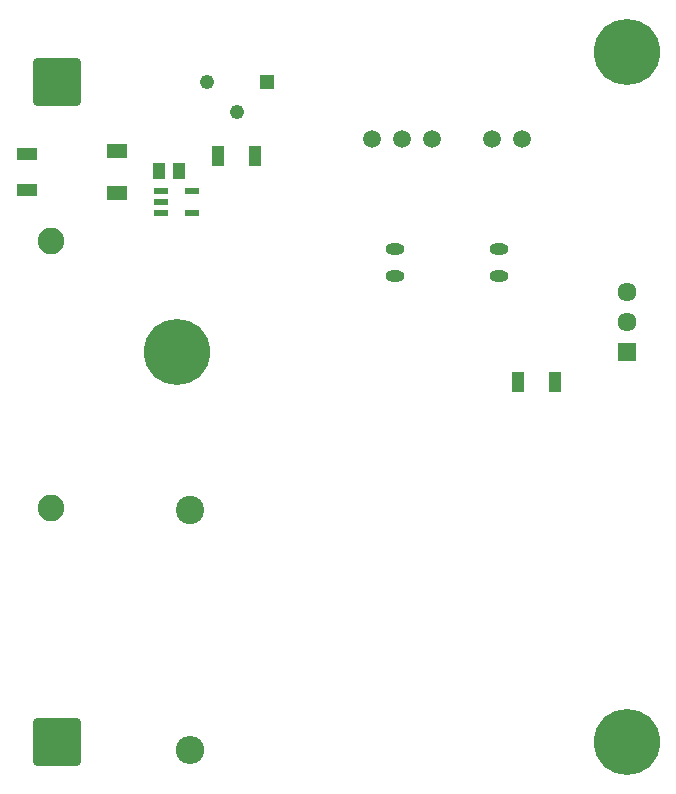
<source format=gbr>
%TF.GenerationSoftware,KiCad,Pcbnew,(6.0.8)*%
%TF.CreationDate,2023-01-11T15:10:29+01:00*%
%TF.ProjectId,TSAL_Voltage_Sensor,5453414c-5f56-46f6-9c74-6167655f5365,rev?*%
%TF.SameCoordinates,Original*%
%TF.FileFunction,Soldermask,Top*%
%TF.FilePolarity,Negative*%
%FSLAX46Y46*%
G04 Gerber Fmt 4.6, Leading zero omitted, Abs format (unit mm)*
G04 Created by KiCad (PCBNEW (6.0.8)) date 2023-01-11 15:10:29*
%MOMM*%
%LPD*%
G01*
G04 APERTURE LIST*
G04 Aperture macros list*
%AMRoundRect*
0 Rectangle with rounded corners*
0 $1 Rounding radius*
0 $2 $3 $4 $5 $6 $7 $8 $9 X,Y pos of 4 corners*
0 Add a 4 corners polygon primitive as box body*
4,1,4,$2,$3,$4,$5,$6,$7,$8,$9,$2,$3,0*
0 Add four circle primitives for the rounded corners*
1,1,$1+$1,$2,$3*
1,1,$1+$1,$4,$5*
1,1,$1+$1,$6,$7*
1,1,$1+$1,$8,$9*
0 Add four rect primitives between the rounded corners*
20,1,$1+$1,$2,$3,$4,$5,0*
20,1,$1+$1,$4,$5,$6,$7,0*
20,1,$1+$1,$6,$7,$8,$9,0*
20,1,$1+$1,$8,$9,$2,$3,0*%
G04 Aperture macros list end*
%ADD10R,1.217000X1.217000*%
%ADD11C,1.217000*%
%ADD12C,5.600000*%
%ADD13R,1.700000X1.300000*%
%ADD14O,1.600000X0.950000*%
%ADD15R,1.150000X0.600000*%
%ADD16R,1.050000X1.800000*%
%ADD17R,1.610000X1.610000*%
%ADD18C,1.610000*%
%ADD19RoundRect,0.250000X-1.750000X-1.750000X1.750000X-1.750000X1.750000X1.750000X-1.750000X1.750000X0*%
%ADD20R,1.800000X1.050000*%
%ADD21C,2.250000*%
%ADD22R,1.070000X1.470000*%
%ADD23C,2.400000*%
%ADD24O,2.400000X2.400000*%
%ADD25C,1.500000*%
G04 APERTURE END LIST*
D10*
%TO.C,RV1*%
X101600000Y-63500000D03*
D11*
X99060000Y-66040000D03*
X96520000Y-63500000D03*
%TD*%
D12*
%TO.C,REF\u002A\u002A*%
X93980000Y-86360000D03*
%TD*%
D13*
%TO.C,Z1*%
X88900000Y-72870000D03*
X88900000Y-69370000D03*
%TD*%
D12*
%TO.C,*%
X132080000Y-119380000D03*
%TD*%
D14*
%TO.C,K1*%
X112440000Y-77597000D03*
X112440000Y-79883000D03*
X121240000Y-79883000D03*
X121240000Y-77597000D03*
%TD*%
D15*
%TO.C,CP1*%
X92680000Y-72710000D03*
X92680000Y-73660000D03*
X92680000Y-74610000D03*
X95280000Y-74610000D03*
X95280000Y-72710000D03*
%TD*%
D16*
%TO.C,R7*%
X126010000Y-88900000D03*
X122910000Y-88900000D03*
%TD*%
D17*
%TO.C,J1*%
X132080000Y-86360000D03*
D18*
X132080000Y-83820000D03*
X132080000Y-81280000D03*
%TD*%
D19*
%TO.C,TP2*%
X83820000Y-63500000D03*
%TD*%
%TO.C,TP1*%
X83820000Y-119380000D03*
%TD*%
D20*
%TO.C,R5*%
X81280000Y-69570000D03*
X81280000Y-72670000D03*
%TD*%
D21*
%TO.C,F1*%
X83339117Y-99600885D03*
X83339117Y-77000885D03*
%TD*%
D16*
%TO.C,R6*%
X100585212Y-69799441D03*
X97485212Y-69799441D03*
%TD*%
D22*
%TO.C,C1*%
X92507966Y-71013855D03*
X94147966Y-71013855D03*
%TD*%
D12*
%TO.C,*%
X132080000Y-60960000D03*
%TD*%
D23*
%TO.C,R1*%
X95085306Y-99757822D03*
D24*
X95085306Y-120077822D03*
%TD*%
D25*
%TO.C,PS1*%
X123190000Y-68315000D03*
X120650000Y-68315000D03*
X115570000Y-68315000D03*
X113030000Y-68315000D03*
X110490000Y-68315000D03*
%TD*%
M02*

</source>
